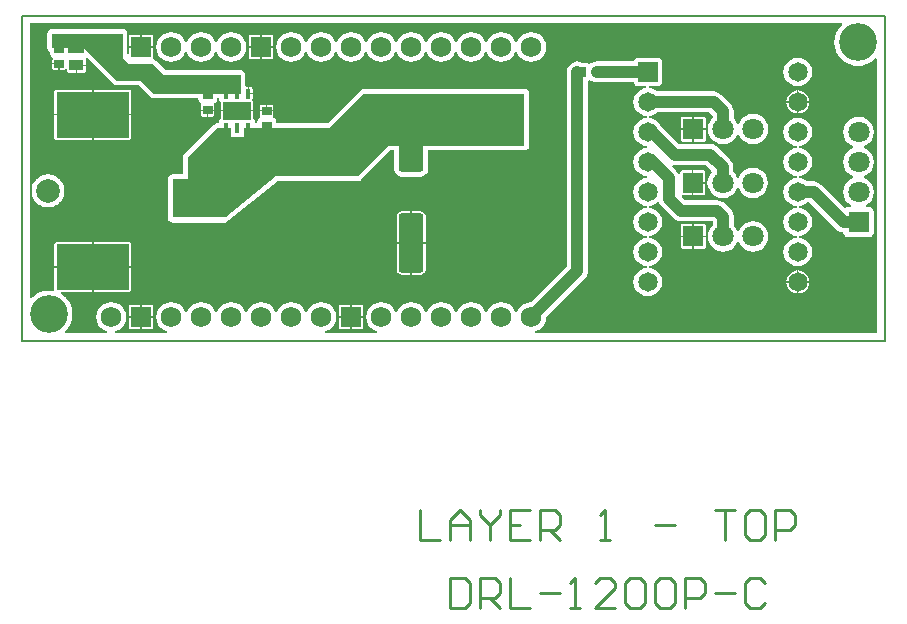
<source format=gtl>
G04 Layer_Physical_Order=1*
G04 Layer_Color=255*
%FSLAX24Y24*%
%MOIN*%
G70*
G01*
G75*
%ADD10R,0.0512X0.0374*%
%ADD11R,0.0520X0.0386*%
%ADD12R,0.0319X0.0280*%
G04:AMPARAMS|DCode=13|XSize=33.9mil|YSize=15.7mil|CornerRadius=2mil|HoleSize=0mil|Usage=FLASHONLY|Rotation=270.000|XOffset=0mil|YOffset=0mil|HoleType=Round|Shape=RoundedRectangle|*
%AMROUNDEDRECTD13*
21,1,0.0339,0.0118,0,0,270.0*
21,1,0.0299,0.0157,0,0,270.0*
1,1,0.0039,-0.0059,-0.0150*
1,1,0.0039,-0.0059,0.0150*
1,1,0.0039,0.0059,0.0150*
1,1,0.0039,0.0059,-0.0150*
%
%ADD13ROUNDEDRECTD13*%
%ADD14R,0.0933X0.0642*%
G04:AMPARAMS|DCode=15|XSize=199.2mil|YSize=83.1mil|CornerRadius=10.4mil|HoleSize=0mil|Usage=FLASHONLY|Rotation=270.000|XOffset=0mil|YOffset=0mil|HoleType=Round|Shape=RoundedRectangle|*
%AMROUNDEDRECTD15*
21,1,0.1992,0.0623,0,0,270.0*
21,1,0.1784,0.0831,0,0,270.0*
1,1,0.0208,-0.0312,-0.0892*
1,1,0.0208,-0.0312,0.0892*
1,1,0.0208,0.0312,0.0892*
1,1,0.0208,0.0312,-0.0892*
%
%ADD15ROUNDEDRECTD15*%
%ADD16R,0.2441X0.1535*%
%ADD17R,0.1732X0.1299*%
%ADD18R,0.0280X0.0319*%
%ADD19C,0.0394*%
%ADD20C,0.0100*%
%ADD21C,0.0050*%
%ADD22C,0.0787*%
%ADD23C,0.0650*%
%ADD24R,0.0650X0.0650*%
%ADD25C,0.0709*%
%ADD26R,0.0709X0.0709*%
%ADD27C,0.0690*%
%ADD28R,0.0690X0.0690*%
%ADD29R,0.0709X0.0709*%
%ADD30C,0.1260*%
%ADD31C,0.0500*%
G36*
X37332Y20525D02*
X37310Y20507D01*
X37300Y20495D01*
X37289Y20486D01*
X37210Y20390D01*
X37203Y20376D01*
X37203Y20376D01*
X37193Y20365D01*
X37135Y20255D01*
X37130Y20241D01*
X37123Y20228D01*
X37087Y20109D01*
X37086Y20094D01*
X37081Y20079D01*
X37069Y19956D01*
X37071Y19941D01*
X37069Y19926D01*
X37081Y19802D01*
X37086Y19788D01*
X37087Y19773D01*
X37123Y19654D01*
X37130Y19641D01*
X37135Y19627D01*
X37193Y19517D01*
X37203Y19506D01*
X37203Y19506D01*
X37210Y19492D01*
X37289Y19396D01*
X37300Y19387D01*
X37310Y19375D01*
X37406Y19296D01*
X37419Y19289D01*
X37419Y19289D01*
X37431Y19280D01*
X37540Y19221D01*
X37554Y19217D01*
X37568Y19210D01*
X37686Y19174D01*
X37701Y19172D01*
X37716Y19168D01*
X37839Y19156D01*
X37847Y19157D01*
X37854Y19155D01*
X37862Y19157D01*
X37869Y19156D01*
X37993Y19168D01*
X38007Y19172D01*
X38022Y19174D01*
X38141Y19210D01*
X38154Y19217D01*
X38169Y19221D01*
X38278Y19280D01*
X38290Y19289D01*
X38290Y19289D01*
X38303Y19296D01*
X38399Y19375D01*
X38408Y19387D01*
X38420Y19396D01*
X38438Y19418D01*
X38485Y19402D01*
Y10255D01*
X27091D01*
X27088Y10305D01*
X27090Y10305D01*
X27210Y10355D01*
X27314Y10434D01*
X27393Y10538D01*
X27443Y10658D01*
X27460Y10787D01*
X27459Y10791D01*
X28751Y12083D01*
X28807Y12156D01*
X28842Y12240D01*
X28854Y12331D01*
Y18664D01*
X28892Y18689D01*
X28904D01*
X28953Y18656D01*
X28988Y18649D01*
X29061Y18619D01*
X29152Y18607D01*
X30374D01*
X30380Y18573D01*
X30414Y18524D01*
X30463Y18491D01*
X30522Y18479D01*
X30793D01*
X30796Y18429D01*
X30723Y18419D01*
X30607Y18371D01*
X30508Y18295D01*
X30432Y18196D01*
X30384Y18081D01*
X30368Y17957D01*
X30384Y17833D01*
X30432Y17717D01*
X30508Y17618D01*
X30607Y17542D01*
X30723Y17494D01*
X30815Y17482D01*
Y17431D01*
X30723Y17419D01*
X30607Y17371D01*
X30508Y17295D01*
X30432Y17196D01*
X30384Y17081D01*
X30368Y16957D01*
X30384Y16833D01*
X30432Y16717D01*
X30508Y16618D01*
X30607Y16542D01*
X30723Y16494D01*
X30815Y16482D01*
Y16431D01*
X30723Y16419D01*
X30607Y16371D01*
X30508Y16295D01*
X30432Y16196D01*
X30384Y16081D01*
X30368Y15957D01*
X30384Y15833D01*
X30432Y15717D01*
X30508Y15618D01*
X30607Y15542D01*
X30723Y15494D01*
X30815Y15482D01*
Y15431D01*
X30723Y15419D01*
X30607Y15371D01*
X30508Y15295D01*
X30432Y15196D01*
X30384Y15081D01*
X30368Y14957D01*
X30384Y14833D01*
X30432Y14717D01*
X30508Y14618D01*
X30607Y14542D01*
X30723Y14494D01*
X30815Y14482D01*
Y14431D01*
X30723Y14419D01*
X30607Y14371D01*
X30508Y14295D01*
X30432Y14196D01*
X30384Y14081D01*
X30368Y13957D01*
X30384Y13833D01*
X30432Y13717D01*
X30508Y13618D01*
X30607Y13542D01*
X30723Y13494D01*
X30815Y13482D01*
Y13431D01*
X30723Y13419D01*
X30607Y13371D01*
X30508Y13295D01*
X30432Y13196D01*
X30384Y13081D01*
X30368Y12957D01*
X30384Y12833D01*
X30432Y12717D01*
X30508Y12618D01*
X30607Y12542D01*
X30723Y12494D01*
X30815Y12482D01*
Y12431D01*
X30723Y12419D01*
X30607Y12371D01*
X30508Y12295D01*
X30432Y12196D01*
X30384Y12081D01*
X30368Y11957D01*
X30384Y11833D01*
X30432Y11717D01*
X30508Y11618D01*
X30607Y11542D01*
X30723Y11494D01*
X30846Y11478D01*
X30970Y11494D01*
X31086Y11542D01*
X31185Y11618D01*
X31261Y11717D01*
X31309Y11833D01*
X31325Y11957D01*
X31309Y12081D01*
X31261Y12196D01*
X31185Y12295D01*
X31086Y12371D01*
X30970Y12419D01*
X30878Y12431D01*
Y12482D01*
X30970Y12494D01*
X31086Y12542D01*
X31185Y12618D01*
X31261Y12717D01*
X31309Y12833D01*
X31325Y12957D01*
X31309Y13081D01*
X31261Y13196D01*
X31185Y13295D01*
X31086Y13371D01*
X30970Y13419D01*
X30878Y13431D01*
Y13482D01*
X30970Y13494D01*
X31086Y13542D01*
X31185Y13618D01*
X31261Y13717D01*
X31309Y13833D01*
X31325Y13957D01*
X31309Y14081D01*
X31261Y14196D01*
X31185Y14295D01*
X31086Y14371D01*
X30970Y14419D01*
X30878Y14431D01*
Y14482D01*
X30970Y14494D01*
X31086Y14542D01*
X31173Y14609D01*
X31216Y14605D01*
X31232Y14597D01*
X31252Y14549D01*
X31308Y14477D01*
X31701Y14083D01*
X31774Y14028D01*
X31858Y13993D01*
X31949Y13981D01*
X33012D01*
Y13840D01*
X33003Y13832D01*
X32922Y13727D01*
X32871Y13604D01*
X32854Y13472D01*
X32871Y13341D01*
X32922Y13218D01*
X33003Y13113D01*
X33108Y13032D01*
X33231Y12981D01*
X33362Y12964D01*
X33494Y12981D01*
X33617Y13032D01*
X33722Y13113D01*
X33803Y13218D01*
X33835Y13296D01*
X33889D01*
X33922Y13218D01*
X34003Y13113D01*
X34108Y13032D01*
X34231Y12981D01*
X34362Y12964D01*
X34494Y12981D01*
X34617Y13032D01*
X34722Y13113D01*
X34803Y13218D01*
X34854Y13341D01*
X34871Y13472D01*
X34854Y13604D01*
X34803Y13727D01*
X34722Y13832D01*
X34617Y13913D01*
X34494Y13964D01*
X34362Y13981D01*
X34231Y13964D01*
X34108Y13913D01*
X34003Y13832D01*
X33922Y13727D01*
X33889Y13649D01*
X33835D01*
X33803Y13727D01*
X33722Y13832D01*
X33712Y13840D01*
Y14134D01*
X33706Y14179D01*
X33700Y14224D01*
X33686Y14259D01*
X33665Y14309D01*
X33610Y14381D01*
X33413Y14578D01*
X33340Y14634D01*
X33256Y14669D01*
X33165Y14681D01*
X32094D01*
X31980Y14794D01*
X31983Y14804D01*
X32004Y14841D01*
X32321D01*
Y15260D01*
Y15679D01*
X31992D01*
X31946Y15660D01*
X31927Y15614D01*
Y15552D01*
X31877Y15542D01*
X31858Y15588D01*
X31802Y15661D01*
X31647Y15817D01*
X31651Y15831D01*
X31673Y15861D01*
X31752Y15851D01*
X32788D01*
X32971Y15668D01*
X32987Y15620D01*
X32906Y15514D01*
X32855Y15391D01*
X32838Y15260D01*
X32855Y15128D01*
X32906Y15006D01*
X32987Y14900D01*
X33092Y14819D01*
X33215Y14769D01*
X33346Y14751D01*
X33478Y14769D01*
X33601Y14819D01*
X33706Y14900D01*
X33787Y15006D01*
X33819Y15084D01*
X33874D01*
X33906Y15006D01*
X33987Y14900D01*
X34092Y14819D01*
X34215Y14769D01*
X34346Y14751D01*
X34478Y14769D01*
X34601Y14819D01*
X34706Y14900D01*
X34787Y15006D01*
X34838Y15128D01*
X34855Y15260D01*
X34838Y15391D01*
X34787Y15514D01*
X34706Y15620D01*
X34601Y15700D01*
X34478Y15751D01*
X34346Y15769D01*
X34215Y15751D01*
X34092Y15700D01*
X33987Y15620D01*
X33906Y15514D01*
X33874Y15436D01*
X33819D01*
X33787Y15514D01*
X33706Y15620D01*
X33696Y15627D01*
Y15787D01*
X33684Y15878D01*
X33649Y15962D01*
X33594Y16035D01*
X33180Y16448D01*
X33108Y16504D01*
X33024Y16539D01*
X32933Y16551D01*
X31897D01*
X31268Y17179D01*
X31261Y17196D01*
X31185Y17295D01*
X31086Y17371D01*
X30970Y17419D01*
X30878Y17431D01*
Y17482D01*
X30970Y17494D01*
X31086Y17542D01*
X31170Y17607D01*
X32902D01*
X33012Y17497D01*
Y17414D01*
X33003Y17407D01*
X32922Y17302D01*
X32871Y17179D01*
X32854Y17047D01*
X32871Y16916D01*
X32922Y16793D01*
X33003Y16688D01*
X33108Y16607D01*
X33231Y16556D01*
X33362Y16539D01*
X33494Y16556D01*
X33617Y16607D01*
X33722Y16688D01*
X33803Y16793D01*
X33835Y16871D01*
X33889D01*
X33922Y16793D01*
X34003Y16688D01*
X34108Y16607D01*
X34231Y16556D01*
X34362Y16539D01*
X34494Y16556D01*
X34617Y16607D01*
X34722Y16688D01*
X34803Y16793D01*
X34854Y16916D01*
X34871Y17047D01*
X34854Y17179D01*
X34803Y17302D01*
X34722Y17407D01*
X34617Y17488D01*
X34494Y17539D01*
X34362Y17556D01*
X34231Y17539D01*
X34108Y17488D01*
X34003Y17407D01*
X33922Y17302D01*
X33889Y17223D01*
X33835D01*
X33803Y17302D01*
X33722Y17407D01*
X33712Y17414D01*
Y17642D01*
X33700Y17732D01*
X33665Y17817D01*
X33610Y17889D01*
X33295Y18204D01*
X33222Y18260D01*
X33138Y18295D01*
X33047Y18307D01*
X31170D01*
X31086Y18371D01*
X30970Y18419D01*
X30897Y18429D01*
X30900Y18479D01*
X31171D01*
X31230Y18491D01*
X31279Y18524D01*
X31313Y18573D01*
X31324Y18632D01*
Y19282D01*
X31313Y19340D01*
X31279Y19390D01*
X31230Y19423D01*
X31171Y19434D01*
X30522D01*
X30463Y19423D01*
X30414Y19390D01*
X30380Y19340D01*
X30374Y19307D01*
X29152D01*
X29061Y19295D01*
X28988Y19264D01*
X28953Y19257D01*
X28904Y19224D01*
X28892D01*
X28842Y19257D01*
X28783Y19269D01*
X28656D01*
X28594Y19295D01*
X28504Y19307D01*
X28413Y19295D01*
X28329Y19260D01*
X28257Y19204D01*
X28201Y19132D01*
X28166Y19047D01*
X28154Y18957D01*
Y12476D01*
X26965Y11286D01*
X26961Y11287D01*
X26831Y11270D01*
X26711Y11220D01*
X26608Y11140D01*
X26528Y11037D01*
X26488Y10939D01*
X26434D01*
X26393Y11037D01*
X26314Y11140D01*
X26210Y11220D01*
X26090Y11270D01*
X25961Y11287D01*
X25831Y11270D01*
X25711Y11220D01*
X25608Y11140D01*
X25528Y11037D01*
X25488Y10939D01*
X25434D01*
X25393Y11037D01*
X25314Y11140D01*
X25210Y11220D01*
X25090Y11270D01*
X24961Y11287D01*
X24831Y11270D01*
X24711Y11220D01*
X24608Y11140D01*
X24528Y11037D01*
X24488Y10939D01*
X24434D01*
X24393Y11037D01*
X24314Y11140D01*
X24210Y11220D01*
X24090Y11270D01*
X23961Y11287D01*
X23831Y11270D01*
X23711Y11220D01*
X23608Y11140D01*
X23528Y11037D01*
X23488Y10939D01*
X23434D01*
X23393Y11037D01*
X23314Y11140D01*
X23210Y11220D01*
X23090Y11270D01*
X22961Y11287D01*
X22831Y11270D01*
X22711Y11220D01*
X22608Y11140D01*
X22528Y11037D01*
X22488Y10939D01*
X22434D01*
X22393Y11037D01*
X22314Y11140D01*
X22210Y11220D01*
X22090Y11270D01*
X21961Y11287D01*
X21831Y11270D01*
X21711Y11220D01*
X21608Y11140D01*
X21528Y11037D01*
X21478Y10917D01*
X21461Y10787D01*
X21478Y10658D01*
X21528Y10538D01*
X21608Y10434D01*
X21711Y10355D01*
X21831Y10305D01*
X21833Y10305D01*
X21830Y10255D01*
X20091D01*
X20088Y10305D01*
X20090Y10305D01*
X20210Y10355D01*
X20314Y10434D01*
X20393Y10538D01*
X20443Y10658D01*
X20460Y10787D01*
X20443Y10917D01*
X20393Y11037D01*
X20314Y11140D01*
X20210Y11220D01*
X20090Y11270D01*
X19961Y11287D01*
X19831Y11270D01*
X19711Y11220D01*
X19608Y11140D01*
X19528Y11037D01*
X19488Y10939D01*
X19434D01*
X19393Y11037D01*
X19314Y11140D01*
X19210Y11220D01*
X19090Y11270D01*
X18961Y11287D01*
X18831Y11270D01*
X18711Y11220D01*
X18608Y11140D01*
X18528Y11037D01*
X18488Y10939D01*
X18434D01*
X18393Y11037D01*
X18314Y11140D01*
X18210Y11220D01*
X18090Y11270D01*
X17961Y11287D01*
X17831Y11270D01*
X17711Y11220D01*
X17608Y11140D01*
X17528Y11037D01*
X17488Y10939D01*
X17434D01*
X17393Y11037D01*
X17314Y11140D01*
X17210Y11220D01*
X17090Y11270D01*
X16961Y11287D01*
X16831Y11270D01*
X16711Y11220D01*
X16608Y11140D01*
X16528Y11037D01*
X16488Y10939D01*
X16434D01*
X16393Y11037D01*
X16314Y11140D01*
X16210Y11220D01*
X16090Y11270D01*
X15961Y11287D01*
X15831Y11270D01*
X15711Y11220D01*
X15608Y11140D01*
X15528Y11037D01*
X15488Y10939D01*
X15434D01*
X15393Y11037D01*
X15314Y11140D01*
X15210Y11220D01*
X15090Y11270D01*
X14961Y11287D01*
X14831Y11270D01*
X14711Y11220D01*
X14608Y11140D01*
X14528Y11037D01*
X14478Y10917D01*
X14461Y10787D01*
X14478Y10658D01*
X14528Y10538D01*
X14608Y10434D01*
X14711Y10355D01*
X14831Y10305D01*
X14833Y10305D01*
X14830Y10255D01*
X13091D01*
X13088Y10305D01*
X13090Y10305D01*
X13210Y10355D01*
X13314Y10434D01*
X13393Y10538D01*
X13443Y10658D01*
X13460Y10787D01*
X13443Y10917D01*
X13393Y11037D01*
X13314Y11140D01*
X13210Y11220D01*
X13090Y11270D01*
X12961Y11287D01*
X12831Y11270D01*
X12711Y11220D01*
X12608Y11140D01*
X12528Y11037D01*
X12478Y10917D01*
X12461Y10787D01*
X12478Y10658D01*
X12528Y10538D01*
X12608Y10434D01*
X12711Y10355D01*
X12831Y10305D01*
X12833Y10305D01*
X12830Y10255D01*
X11425D01*
X11408Y10302D01*
X11430Y10320D01*
X11440Y10332D01*
X11452Y10341D01*
X11530Y10437D01*
X11537Y10450D01*
X11537Y10450D01*
X11547Y10462D01*
X11605Y10572D01*
X11610Y10586D01*
X11617Y10599D01*
X11653Y10718D01*
X11654Y10733D01*
X11659Y10747D01*
X11671Y10871D01*
X11670Y10886D01*
X11671Y10901D01*
X11659Y11024D01*
X11654Y11039D01*
X11653Y11054D01*
X11617Y11172D01*
X11610Y11186D01*
X11605Y11200D01*
X11547Y11310D01*
X11537Y11321D01*
X11537Y11321D01*
X11530Y11335D01*
X11452Y11430D01*
X11440Y11440D01*
X11430Y11452D01*
X11335Y11530D01*
X11321Y11537D01*
X11321Y11537D01*
X11310Y11547D01*
X11259Y11574D01*
X11272Y11624D01*
X12325D01*
Y12432D01*
X11065D01*
Y11701D01*
X11065Y11699D01*
X11056Y11684D01*
X11047Y11675D01*
X11024Y11659D01*
X10901Y11671D01*
X10893Y11670D01*
X10886Y11672D01*
X10878Y11670D01*
X10871Y11671D01*
X10747Y11659D01*
X10733Y11654D01*
X10718Y11653D01*
X10599Y11617D01*
X10586Y11610D01*
X10572Y11605D01*
X10462Y11547D01*
X10450Y11537D01*
X10450Y11537D01*
X10437Y11530D01*
X10341Y11452D01*
X10332Y11440D01*
X10320Y11430D01*
X10302Y11408D01*
X10255Y11425D01*
Y20572D01*
X37315D01*
X37332Y20525D01*
D02*
G37*
%LPC*%
G36*
X22936Y14313D02*
X22649D01*
X22585Y14300D01*
X22531Y14264D01*
X22495Y14210D01*
X22482Y14146D01*
Y13279D01*
X22936D01*
Y14313D01*
D02*
G37*
G36*
X32337Y13892D02*
X32008D01*
X31962Y13873D01*
X31943Y13827D01*
Y13497D01*
X32337D01*
Y13892D01*
D02*
G37*
G36*
X23272Y14313D02*
X22986D01*
Y13279D01*
X23439D01*
Y14146D01*
X23426Y14210D01*
X23390Y14264D01*
X23336Y14300D01*
X23272Y14313D01*
D02*
G37*
G36*
X32781Y13447D02*
X32387D01*
Y13053D01*
X32717D01*
X32762Y13072D01*
X32781Y13118D01*
Y13447D01*
D02*
G37*
G36*
X12325Y13289D02*
X11130D01*
X11084Y13270D01*
X11065Y13224D01*
Y12482D01*
X12325D01*
Y13289D01*
D02*
G37*
G36*
X13571D02*
X12375D01*
Y12482D01*
X13636D01*
Y13224D01*
X13617Y13270D01*
X13571Y13289D01*
D02*
G37*
G36*
X32337Y13447D02*
X31943D01*
Y13118D01*
X31962Y13072D01*
X32008Y13053D01*
X32337D01*
Y13447D01*
D02*
G37*
G36*
X10854Y15546D02*
X10844Y15544D01*
X10834Y15545D01*
X10732Y15531D01*
X10717Y15526D01*
X10712Y15526D01*
X10708Y15524D01*
X10693Y15521D01*
X10597Y15481D01*
X10585Y15473D01*
X10580Y15471D01*
X10576Y15468D01*
X10563Y15461D01*
X10480Y15398D01*
X10470Y15387D01*
X10467Y15384D01*
X10464Y15380D01*
X10452Y15370D01*
X10389Y15288D01*
X10382Y15274D01*
X10379Y15270D01*
X10378Y15266D01*
X10369Y15253D01*
X10329Y15157D01*
X10327Y15143D01*
X10325Y15138D01*
X10324Y15133D01*
X10319Y15119D01*
X10306Y15016D01*
X10307Y15001D01*
X10306Y14996D01*
X10307Y14991D01*
X10306Y14976D01*
X10319Y14873D01*
X10324Y14859D01*
X10325Y14854D01*
X10327Y14850D01*
X10329Y14835D01*
X10369Y14739D01*
X10378Y14726D01*
X10379Y14722D01*
X10382Y14718D01*
X10389Y14704D01*
X10452Y14622D01*
X10464Y14612D01*
X10467Y14608D01*
X10470Y14605D01*
X10480Y14594D01*
X10563Y14531D01*
X10576Y14524D01*
X10580Y14521D01*
X10585Y14519D01*
X10597Y14511D01*
X10693Y14471D01*
X10708Y14468D01*
X10712Y14466D01*
X10717Y14466D01*
X10732Y14461D01*
X10834Y14447D01*
X10844Y14448D01*
X10854Y14446D01*
X10864Y14448D01*
X10874Y14447D01*
X10977Y14461D01*
X10991Y14466D01*
X10996Y14466D01*
X11001Y14468D01*
X11016Y14471D01*
X11111Y14511D01*
X11124Y14519D01*
X11129Y14521D01*
X11132Y14524D01*
X11146Y14531D01*
X11228Y14594D01*
X11238Y14605D01*
X11242Y14608D01*
X11245Y14612D01*
X11256Y14622D01*
X11320Y14704D01*
X11326Y14718D01*
X11329Y14722D01*
X11331Y14726D01*
X11340Y14739D01*
X11379Y14835D01*
X11382Y14850D01*
X11384Y14854D01*
X11385Y14859D01*
X11390Y14873D01*
X11403Y14976D01*
X11402Y14991D01*
X11403Y14996D01*
X11402Y15001D01*
X11403Y15016D01*
X11390Y15119D01*
X11385Y15133D01*
X11384Y15138D01*
X11382Y15143D01*
X11379Y15157D01*
X11340Y15253D01*
X11331Y15266D01*
X11329Y15270D01*
X11326Y15274D01*
X11320Y15288D01*
X11256Y15370D01*
X11245Y15380D01*
X11242Y15384D01*
X11238Y15387D01*
X11228Y15398D01*
X11146Y15461D01*
X11132Y15468D01*
X11129Y15471D01*
X11124Y15473D01*
X11111Y15481D01*
X11016Y15521D01*
X11001Y15524D01*
X10996Y15526D01*
X10991Y15526D01*
X10977Y15531D01*
X10874Y15545D01*
X10864Y15544D01*
X10854Y15546D01*
D02*
G37*
G36*
X32337Y17022D02*
X31943D01*
Y16693D01*
X31962Y16647D01*
X32008Y16628D01*
X32337D01*
Y17022D01*
D02*
G37*
G36*
X32781D02*
X32387D01*
Y16628D01*
X32717D01*
X32762Y16647D01*
X32781Y16693D01*
Y17022D01*
D02*
G37*
G36*
X32701Y15679D02*
X32371D01*
Y15285D01*
X32766D01*
Y15614D01*
X32747Y15660D01*
X32701Y15679D01*
D02*
G37*
G36*
X32717Y13892D02*
X32387D01*
Y13497D01*
X32781D01*
Y13827D01*
X32762Y13873D01*
X32717Y13892D01*
D02*
G37*
G36*
X37874Y17465D02*
X37742Y17448D01*
X37620Y17397D01*
X37514Y17316D01*
X37433Y17211D01*
X37383Y17088D01*
X37365Y16957D01*
X37383Y16825D01*
X37433Y16702D01*
X37514Y16597D01*
X37620Y16516D01*
X37698Y16484D01*
Y16430D01*
X37620Y16397D01*
X37514Y16316D01*
X37433Y16211D01*
X37383Y16088D01*
X37365Y15957D01*
X37383Y15825D01*
X37433Y15702D01*
X37514Y15597D01*
X37620Y15516D01*
X37698Y15484D01*
Y15430D01*
X37620Y15397D01*
X37514Y15316D01*
X37433Y15211D01*
X37383Y15088D01*
X37365Y14957D01*
X37383Y14825D01*
X37433Y14702D01*
X37514Y14597D01*
X37620Y14516D01*
X37625Y14514D01*
X37615Y14464D01*
X37520D01*
X37461Y14452D01*
X37412Y14419D01*
X37410Y14419D01*
X36625Y15204D01*
X36553Y15260D01*
X36469Y15295D01*
X36378Y15307D01*
X36170D01*
X36086Y15371D01*
X35970Y15419D01*
X35878Y15431D01*
Y15482D01*
X35970Y15494D01*
X36086Y15542D01*
X36185Y15618D01*
X36261Y15717D01*
X36309Y15833D01*
X36325Y15957D01*
X36309Y16081D01*
X36261Y16196D01*
X36185Y16295D01*
X36086Y16371D01*
X35970Y16419D01*
X35878Y16431D01*
Y16482D01*
X35970Y16494D01*
X36086Y16542D01*
X36185Y16618D01*
X36261Y16717D01*
X36309Y16833D01*
X36325Y16957D01*
X36309Y17081D01*
X36261Y17196D01*
X36185Y17295D01*
X36086Y17371D01*
X35970Y17419D01*
X35846Y17436D01*
X35723Y17419D01*
X35607Y17371D01*
X35508Y17295D01*
X35432Y17196D01*
X35384Y17081D01*
X35368Y16957D01*
X35384Y16833D01*
X35432Y16717D01*
X35508Y16618D01*
X35607Y16542D01*
X35723Y16494D01*
X35815Y16482D01*
Y16431D01*
X35723Y16419D01*
X35607Y16371D01*
X35508Y16295D01*
X35432Y16196D01*
X35384Y16081D01*
X35368Y15957D01*
X35384Y15833D01*
X35432Y15717D01*
X35508Y15618D01*
X35607Y15542D01*
X35723Y15494D01*
X35815Y15482D01*
Y15431D01*
X35723Y15419D01*
X35607Y15371D01*
X35508Y15295D01*
X35432Y15196D01*
X35384Y15081D01*
X35368Y14957D01*
X35384Y14833D01*
X35432Y14717D01*
X35508Y14618D01*
X35607Y14542D01*
X35723Y14494D01*
X35815Y14482D01*
Y14431D01*
X35723Y14419D01*
X35607Y14371D01*
X35508Y14295D01*
X35432Y14196D01*
X35384Y14081D01*
X35368Y13957D01*
X35384Y13833D01*
X35432Y13717D01*
X35508Y13618D01*
X35607Y13542D01*
X35723Y13494D01*
X35815Y13482D01*
Y13431D01*
X35723Y13419D01*
X35607Y13371D01*
X35508Y13295D01*
X35432Y13196D01*
X35384Y13081D01*
X35368Y12957D01*
X35384Y12833D01*
X35432Y12717D01*
X35508Y12618D01*
X35607Y12542D01*
X35723Y12494D01*
X35846Y12478D01*
X35970Y12494D01*
X36086Y12542D01*
X36185Y12618D01*
X36261Y12717D01*
X36309Y12833D01*
X36325Y12957D01*
X36309Y13081D01*
X36261Y13196D01*
X36185Y13295D01*
X36086Y13371D01*
X35970Y13419D01*
X35878Y13431D01*
Y13482D01*
X35970Y13494D01*
X36086Y13542D01*
X36185Y13618D01*
X36261Y13717D01*
X36309Y13833D01*
X36325Y13957D01*
X36309Y14081D01*
X36261Y14196D01*
X36185Y14295D01*
X36086Y14371D01*
X35970Y14419D01*
X35878Y14431D01*
Y14482D01*
X35970Y14494D01*
X36086Y14542D01*
X36170Y14607D01*
X36233D01*
X37131Y13709D01*
X37203Y13654D01*
X37287Y13619D01*
X37367Y13608D01*
Y13602D01*
X37378Y13544D01*
X37412Y13494D01*
X37461Y13461D01*
X37520Y13449D01*
X38228D01*
X38287Y13461D01*
X38336Y13494D01*
X38370Y13544D01*
X38381Y13602D01*
Y14311D01*
X38370Y14370D01*
X38336Y14419D01*
X38287Y14452D01*
X38228Y14464D01*
X38133D01*
X38123Y14514D01*
X38128Y14516D01*
X38234Y14597D01*
X38315Y14702D01*
X38365Y14825D01*
X38383Y14957D01*
X38365Y15088D01*
X38315Y15211D01*
X38234Y15316D01*
X38128Y15397D01*
X38050Y15430D01*
Y15484D01*
X38128Y15516D01*
X38234Y15597D01*
X38315Y15702D01*
X38365Y15825D01*
X38383Y15957D01*
X38365Y16088D01*
X38315Y16211D01*
X38234Y16316D01*
X38128Y16397D01*
X38050Y16430D01*
Y16484D01*
X38128Y16516D01*
X38234Y16597D01*
X38315Y16702D01*
X38365Y16825D01*
X38383Y16957D01*
X38365Y17088D01*
X38315Y17211D01*
X38234Y17316D01*
X38128Y17397D01*
X38006Y17448D01*
X37874Y17465D01*
D02*
G37*
G36*
X32766Y15235D02*
X32371D01*
Y14841D01*
X32701D01*
X32747Y14860D01*
X32766Y14906D01*
Y15235D01*
D02*
G37*
G36*
X13936Y11197D02*
X13616D01*
X13570Y11178D01*
X13551Y11132D01*
Y10812D01*
X13936D01*
Y11197D01*
D02*
G37*
G36*
X20936D02*
X20616D01*
X20570Y11178D01*
X20551Y11132D01*
Y10812D01*
X20936D01*
Y11197D01*
D02*
G37*
G36*
X14306D02*
X13986D01*
Y10812D01*
X14371D01*
Y11132D01*
X14352Y11178D01*
X14306Y11197D01*
D02*
G37*
G36*
X21371Y10762D02*
X20986D01*
Y10377D01*
X21306D01*
X21352Y10396D01*
X21371Y10442D01*
Y10762D01*
D02*
G37*
G36*
X13936D02*
X13551D01*
Y10442D01*
X13570Y10396D01*
X13616Y10377D01*
X13936D01*
Y10762D01*
D02*
G37*
G36*
X14371D02*
X13986D01*
Y10377D01*
X14306D01*
X14352Y10396D01*
X14371Y10442D01*
Y10762D01*
D02*
G37*
G36*
X20936D02*
X20551D01*
Y10442D01*
X20570Y10396D01*
X20616Y10377D01*
X20936D01*
Y10762D01*
D02*
G37*
G36*
X21306Y11197D02*
X20986D01*
Y10812D01*
X21371D01*
Y11132D01*
X21352Y11178D01*
X21306Y11197D01*
D02*
G37*
G36*
X35871Y12342D02*
Y11982D01*
X36231D01*
X36221Y12057D01*
X36183Y12151D01*
X36121Y12231D01*
X36041Y12293D01*
X35947Y12332D01*
X35871Y12342D01*
D02*
G37*
G36*
X22936Y13229D02*
X22482D01*
Y12362D01*
X22495Y12298D01*
X22531Y12244D01*
X22585Y12207D01*
X22649Y12195D01*
X22936D01*
Y13229D01*
D02*
G37*
G36*
X23439D02*
X22986D01*
Y12195D01*
X23272D01*
X23336Y12207D01*
X23390Y12244D01*
X23426Y12298D01*
X23439Y12362D01*
Y13229D01*
D02*
G37*
G36*
X35821Y12342D02*
X35746Y12332D01*
X35652Y12293D01*
X35572Y12231D01*
X35510Y12151D01*
X35472Y12057D01*
X35462Y11982D01*
X35821D01*
Y12342D01*
D02*
G37*
G36*
Y11932D02*
X35462D01*
X35472Y11856D01*
X35510Y11763D01*
X35572Y11682D01*
X35652Y11621D01*
X35746Y11582D01*
X35821Y11572D01*
Y11932D01*
D02*
G37*
G36*
X36231D02*
X35871D01*
Y11572D01*
X35947Y11582D01*
X36041Y11621D01*
X36121Y11682D01*
X36183Y11763D01*
X36221Y11856D01*
X36231Y11932D01*
D02*
G37*
G36*
X13636Y12432D02*
X12375D01*
Y11624D01*
X13571D01*
X13617Y11643D01*
X13636Y11689D01*
Y12432D01*
D02*
G37*
G36*
X12122Y19152D02*
X11826D01*
Y18925D01*
X12057D01*
X12103Y18944D01*
X12122Y18990D01*
Y19152D01*
D02*
G37*
G36*
X11195Y19205D02*
X10995D01*
Y19090D01*
X11014Y19044D01*
X11060Y19025D01*
X11195D01*
Y19205D01*
D02*
G37*
G36*
X17936Y19762D02*
X17551D01*
Y19442D01*
X17570Y19396D01*
X17616Y19377D01*
X17936D01*
Y19762D01*
D02*
G37*
G36*
X35846Y19436D02*
X35723Y19419D01*
X35607Y19371D01*
X35508Y19295D01*
X35432Y19196D01*
X35384Y19081D01*
X35368Y18957D01*
X35384Y18833D01*
X35432Y18717D01*
X35508Y18618D01*
X35607Y18542D01*
X35723Y18494D01*
X35846Y18478D01*
X35970Y18494D01*
X36086Y18542D01*
X36185Y18618D01*
X36261Y18717D01*
X36309Y18833D01*
X36325Y18957D01*
X36309Y19081D01*
X36261Y19196D01*
X36185Y19295D01*
X36086Y19371D01*
X35970Y19419D01*
X35846Y19436D01*
D02*
G37*
G36*
X35821Y18342D02*
X35746Y18332D01*
X35652Y18293D01*
X35572Y18231D01*
X35510Y18151D01*
X35472Y18057D01*
X35462Y17982D01*
X35821D01*
Y18342D01*
D02*
G37*
G36*
X35871D02*
Y17982D01*
X36231D01*
X36221Y18057D01*
X36183Y18151D01*
X36121Y18231D01*
X36041Y18293D01*
X35947Y18332D01*
X35871Y18342D01*
D02*
G37*
G36*
X17591Y18465D02*
X17557D01*
Y18259D01*
X17672D01*
Y18384D01*
X17666Y18415D01*
X17648Y18441D01*
X17622Y18459D01*
X17591Y18465D01*
D02*
G37*
G36*
X18306Y20197D02*
X17986D01*
Y19812D01*
X18371D01*
Y20132D01*
X18352Y20178D01*
X18306Y20197D01*
D02*
G37*
G36*
X16961Y20287D02*
X16831Y20270D01*
X16711Y20220D01*
X16608Y20140D01*
X16528Y20037D01*
X16488Y19939D01*
X16434D01*
X16393Y20037D01*
X16314Y20140D01*
X16210Y20220D01*
X16090Y20270D01*
X15961Y20287D01*
X15831Y20270D01*
X15711Y20220D01*
X15608Y20140D01*
X15528Y20037D01*
X15488Y19939D01*
X15434D01*
X15393Y20037D01*
X15314Y20140D01*
X15210Y20220D01*
X15090Y20270D01*
X14961Y20287D01*
X14831Y20270D01*
X14711Y20220D01*
X14608Y20140D01*
X14528Y20037D01*
X14478Y19917D01*
X14461Y19787D01*
X14478Y19658D01*
X14528Y19538D01*
X14608Y19434D01*
X14711Y19355D01*
X14831Y19305D01*
X14961Y19288D01*
X15090Y19305D01*
X15210Y19355D01*
X15314Y19434D01*
X15393Y19538D01*
X15434Y19636D01*
X15488D01*
X15528Y19538D01*
X15608Y19434D01*
X15711Y19355D01*
X15831Y19305D01*
X15961Y19288D01*
X16090Y19305D01*
X16210Y19355D01*
X16314Y19434D01*
X16393Y19538D01*
X16434Y19636D01*
X16488D01*
X16528Y19538D01*
X16608Y19434D01*
X16711Y19355D01*
X16831Y19305D01*
X16961Y19288D01*
X17090Y19305D01*
X17210Y19355D01*
X17314Y19434D01*
X17393Y19538D01*
X17443Y19658D01*
X17460Y19787D01*
X17443Y19917D01*
X17393Y20037D01*
X17314Y20140D01*
X17210Y20220D01*
X17090Y20270D01*
X16961Y20287D01*
D02*
G37*
G36*
X26961D02*
X26831Y20270D01*
X26711Y20220D01*
X26608Y20140D01*
X26528Y20037D01*
X26488Y19939D01*
X26434D01*
X26393Y20037D01*
X26314Y20140D01*
X26210Y20220D01*
X26090Y20270D01*
X25961Y20287D01*
X25831Y20270D01*
X25711Y20220D01*
X25608Y20140D01*
X25528Y20037D01*
X25488Y19939D01*
X25434D01*
X25393Y20037D01*
X25314Y20140D01*
X25210Y20220D01*
X25090Y20270D01*
X24961Y20287D01*
X24831Y20270D01*
X24711Y20220D01*
X24608Y20140D01*
X24528Y20037D01*
X24488Y19939D01*
X24434D01*
X24393Y20037D01*
X24314Y20140D01*
X24210Y20220D01*
X24090Y20270D01*
X23961Y20287D01*
X23831Y20270D01*
X23711Y20220D01*
X23608Y20140D01*
X23528Y20037D01*
X23488Y19939D01*
X23434D01*
X23393Y20037D01*
X23314Y20140D01*
X23210Y20220D01*
X23090Y20270D01*
X22961Y20287D01*
X22831Y20270D01*
X22711Y20220D01*
X22608Y20140D01*
X22528Y20037D01*
X22488Y19939D01*
X22434D01*
X22393Y20037D01*
X22314Y20140D01*
X22210Y20220D01*
X22090Y20270D01*
X21961Y20287D01*
X21831Y20270D01*
X21711Y20220D01*
X21608Y20140D01*
X21528Y20037D01*
X21488Y19939D01*
X21434D01*
X21393Y20037D01*
X21314Y20140D01*
X21210Y20220D01*
X21090Y20270D01*
X20961Y20287D01*
X20831Y20270D01*
X20711Y20220D01*
X20608Y20140D01*
X20528Y20037D01*
X20488Y19939D01*
X20434D01*
X20393Y20037D01*
X20314Y20140D01*
X20210Y20220D01*
X20090Y20270D01*
X19961Y20287D01*
X19831Y20270D01*
X19711Y20220D01*
X19608Y20140D01*
X19528Y20037D01*
X19488Y19939D01*
X19434D01*
X19393Y20037D01*
X19314Y20140D01*
X19210Y20220D01*
X19090Y20270D01*
X18961Y20287D01*
X18831Y20270D01*
X18711Y20220D01*
X18608Y20140D01*
X18528Y20037D01*
X18478Y19917D01*
X18461Y19787D01*
X18478Y19658D01*
X18528Y19538D01*
X18608Y19434D01*
X18711Y19355D01*
X18831Y19305D01*
X18961Y19288D01*
X19090Y19305D01*
X19210Y19355D01*
X19314Y19434D01*
X19393Y19538D01*
X19434Y19636D01*
X19488D01*
X19528Y19538D01*
X19608Y19434D01*
X19711Y19355D01*
X19831Y19305D01*
X19961Y19288D01*
X20090Y19305D01*
X20210Y19355D01*
X20314Y19434D01*
X20393Y19538D01*
X20434Y19636D01*
X20488D01*
X20528Y19538D01*
X20608Y19434D01*
X20711Y19355D01*
X20831Y19305D01*
X20961Y19288D01*
X21090Y19305D01*
X21210Y19355D01*
X21314Y19434D01*
X21393Y19538D01*
X21434Y19636D01*
X21488D01*
X21528Y19538D01*
X21608Y19434D01*
X21711Y19355D01*
X21831Y19305D01*
X21961Y19288D01*
X22090Y19305D01*
X22210Y19355D01*
X22314Y19434D01*
X22393Y19538D01*
X22434Y19636D01*
X22488D01*
X22528Y19538D01*
X22608Y19434D01*
X22711Y19355D01*
X22831Y19305D01*
X22961Y19288D01*
X23090Y19305D01*
X23210Y19355D01*
X23314Y19434D01*
X23393Y19538D01*
X23434Y19636D01*
X23488D01*
X23528Y19538D01*
X23608Y19434D01*
X23711Y19355D01*
X23831Y19305D01*
X23961Y19288D01*
X24090Y19305D01*
X24210Y19355D01*
X24314Y19434D01*
X24393Y19538D01*
X24434Y19636D01*
X24488D01*
X24528Y19538D01*
X24608Y19434D01*
X24711Y19355D01*
X24831Y19305D01*
X24961Y19288D01*
X25090Y19305D01*
X25210Y19355D01*
X25314Y19434D01*
X25393Y19538D01*
X25434Y19636D01*
X25488D01*
X25528Y19538D01*
X25608Y19434D01*
X25711Y19355D01*
X25831Y19305D01*
X25961Y19288D01*
X26090Y19305D01*
X26210Y19355D01*
X26314Y19434D01*
X26393Y19538D01*
X26434Y19636D01*
X26488D01*
X26528Y19538D01*
X26608Y19434D01*
X26711Y19355D01*
X26831Y19305D01*
X26961Y19288D01*
X27090Y19305D01*
X27210Y19355D01*
X27314Y19434D01*
X27393Y19538D01*
X27443Y19658D01*
X27460Y19787D01*
X27443Y19917D01*
X27393Y20037D01*
X27314Y20140D01*
X27210Y20220D01*
X27090Y20270D01*
X26961Y20287D01*
D02*
G37*
G36*
X14306Y20197D02*
X13986D01*
Y19812D01*
X14371D01*
Y20132D01*
X14352Y20178D01*
X14306Y20197D01*
D02*
G37*
G36*
X18371Y19762D02*
X17986D01*
Y19377D01*
X18306D01*
X18352Y19396D01*
X18371Y19442D01*
Y19762D01*
D02*
G37*
G36*
X13936Y20197D02*
X13616D01*
X13570Y20178D01*
X13551Y20132D01*
Y19812D01*
X13936D01*
Y20197D01*
D02*
G37*
G36*
X17936D02*
X17616D01*
X17570Y20178D01*
X17551Y20132D01*
Y19812D01*
X17936D01*
Y20197D01*
D02*
G37*
G36*
X13346Y20389D02*
X10984D01*
X10926Y20378D01*
X10876Y20344D01*
X10843Y20295D01*
X10831Y20236D01*
Y19744D01*
X10843Y19686D01*
X10876Y19636D01*
X10907Y19615D01*
Y19598D01*
X10919Y19540D01*
X10952Y19490D01*
X10995Y19461D01*
X11004Y19439D01*
X11010Y19404D01*
X10995Y19370D01*
Y19255D01*
X11220D01*
Y19230D01*
X11245D01*
Y19025D01*
X11379D01*
X11425Y19044D01*
X11430Y19057D01*
X11480Y19047D01*
Y18990D01*
X11499Y18944D01*
X11545Y18925D01*
X11776D01*
Y19177D01*
X11801D01*
Y19202D01*
X12122D01*
Y19364D01*
X12106Y19403D01*
X12108Y19416D01*
X12145Y19432D01*
X12164Y19431D01*
X13041Y18553D01*
X13091Y18520D01*
X13150Y18508D01*
X13897D01*
X14280Y18126D01*
X14329Y18093D01*
X14388Y18081D01*
X15861D01*
Y18041D01*
X15872Y17983D01*
X15906Y17933D01*
X15948Y17905D01*
X15958Y17882D01*
X15963Y17847D01*
X15949Y17813D01*
Y17698D01*
X16173D01*
X16398D01*
Y17813D01*
X16383Y17847D01*
X16389Y17882D01*
X16398Y17905D01*
X16441Y17933D01*
X16474Y17983D01*
X16486Y18041D01*
Y18081D01*
X16552D01*
X16565Y18018D01*
X16602Y17962D01*
X16626Y17946D01*
Y17694D01*
X17157D01*
X17689D01*
Y17990D01*
X17670Y18036D01*
X17665Y18053D01*
X17666Y18054D01*
X17672Y18085D01*
Y18209D01*
X17531D01*
Y18234D01*
X17507D01*
Y18465D01*
X17486D01*
X17455Y18486D01*
X17436Y18509D01*
X17436Y18858D01*
X17425Y18917D01*
X17392Y18966D01*
X17342Y19000D01*
X17283Y19011D01*
X14788D01*
X14461Y19338D01*
X14411Y19371D01*
X14395Y19374D01*
X14366Y19431D01*
X14371Y19442D01*
Y19762D01*
X13961D01*
X13551D01*
Y19568D01*
X13501Y19542D01*
X13499Y19542D01*
Y20236D01*
X13488Y20295D01*
X13455Y20344D01*
X13405Y20378D01*
X13346Y20389D01*
D02*
G37*
G36*
X26732Y18387D02*
X21384D01*
X21325Y18376D01*
X21276Y18342D01*
X20173Y17240D01*
X18454D01*
Y17297D01*
X18442Y17356D01*
X18409Y17405D01*
X18367Y17434D01*
X18357Y17456D01*
X18352Y17491D01*
X18366Y17526D01*
Y17640D01*
X17917D01*
Y17526D01*
X17932Y17491D01*
X17926Y17456D01*
X17917Y17434D01*
X17874Y17405D01*
X17841Y17356D01*
X17829Y17297D01*
Y17240D01*
X17764D01*
Y17254D01*
X17750Y17320D01*
X17713Y17376D01*
X17689Y17392D01*
Y17644D01*
X17157D01*
X16626D01*
Y17392D01*
X16602Y17376D01*
X16565Y17320D01*
X16551Y17254D01*
Y17240D01*
X16496D01*
X16438Y17228D01*
X16388Y17195D01*
X15404Y16211D01*
X15371Y16161D01*
X15359Y16102D01*
X15359Y15543D01*
X15008D01*
X14949Y15531D01*
X14900Y15498D01*
X14867Y15448D01*
X14855Y15390D01*
Y14091D01*
X14867Y14032D01*
X14900Y13982D01*
X14949Y13949D01*
X15008Y13938D01*
X16740D01*
X16799Y13949D01*
X16848Y13982D01*
X16865Y14007D01*
X16879Y14014D01*
X18518Y15319D01*
X21181D01*
X21240Y15331D01*
X21289Y15364D01*
X22268Y16343D01*
X22390D01*
Y15728D01*
X22410Y15629D01*
X22466Y15545D01*
X22550Y15489D01*
X22649Y15469D01*
X23272D01*
X23371Y15489D01*
X23455Y15545D01*
X23511Y15629D01*
X23531Y15728D01*
Y16343D01*
X26732Y16343D01*
X26791Y16355D01*
X26840Y16388D01*
X26874Y16438D01*
X26885Y16496D01*
Y18234D01*
X26874Y18293D01*
X26840Y18342D01*
X26791Y18376D01*
X26732Y18387D01*
D02*
G37*
G36*
X16148Y17648D02*
X15949D01*
Y17533D01*
X15968Y17488D01*
X16014Y17469D01*
X16148D01*
Y17648D01*
D02*
G37*
G36*
X16398D02*
X16198D01*
Y17469D01*
X16333D01*
X16379Y17488D01*
X16398Y17533D01*
Y17648D01*
D02*
G37*
G36*
X32717Y17467D02*
X32387D01*
Y17072D01*
X32781D01*
Y17402D01*
X32762Y17448D01*
X32717Y17467D01*
D02*
G37*
G36*
X12325Y17510D02*
X11065D01*
Y16768D01*
X11084Y16722D01*
X11130Y16703D01*
X12325D01*
Y17510D01*
D02*
G37*
G36*
X13636D02*
X12375D01*
Y16703D01*
X13571D01*
X13617Y16722D01*
X13636Y16768D01*
Y17510D01*
D02*
G37*
G36*
X32337Y17467D02*
X32008D01*
X31962Y17448D01*
X31943Y17402D01*
Y17072D01*
X32337D01*
Y17467D01*
D02*
G37*
G36*
X36231Y17932D02*
X35871D01*
Y17572D01*
X35947Y17582D01*
X36041Y17621D01*
X36121Y17682D01*
X36183Y17763D01*
X36221Y17856D01*
X36231Y17932D01*
D02*
G37*
G36*
X18117Y17870D02*
X17982D01*
X17936Y17851D01*
X17917Y17805D01*
Y17690D01*
X18117D01*
Y17870D01*
D02*
G37*
G36*
X18301D02*
X18167D01*
Y17690D01*
X18366D01*
Y17805D01*
X18347Y17851D01*
X18301Y17870D01*
D02*
G37*
G36*
X13571Y18368D02*
X12375D01*
Y17560D01*
X13636D01*
Y18303D01*
X13617Y18349D01*
X13571Y18368D01*
D02*
G37*
G36*
X12325D02*
X11130D01*
X11084Y18349D01*
X11065Y18303D01*
Y17560D01*
X12325D01*
Y18368D01*
D02*
G37*
G36*
X35821Y17932D02*
X35462D01*
X35472Y17856D01*
X35510Y17763D01*
X35572Y17682D01*
X35652Y17621D01*
X35746Y17582D01*
X35821Y17572D01*
Y17932D01*
D02*
G37*
%LPD*%
G36*
X13346Y19427D02*
X13543Y19230D01*
X14353D01*
X14724Y18858D01*
X17283D01*
X17283Y18234D01*
X14388D01*
X13961Y18661D01*
X13150D01*
X12067Y19744D01*
X10984D01*
Y20236D01*
X13346D01*
Y19427D01*
D02*
G37*
G36*
X26732Y16496D02*
X22205Y16496D01*
X21181Y15472D01*
X18465D01*
X16783Y14134D01*
X15512D01*
X15512Y15472D01*
X15512Y16102D01*
X16496Y17087D01*
X16961D01*
Y16791D01*
X17382D01*
Y17087D01*
X20236D01*
X21384Y18234D01*
X26732D01*
Y16496D01*
D02*
G37*
D10*
X11801Y19177D02*
D03*
D11*
Y19791D02*
D03*
D12*
X11220Y19230D02*
D03*
Y19738D02*
D03*
X16173Y17673D02*
D03*
Y18181D02*
D03*
X18142Y17665D02*
D03*
Y17157D02*
D03*
D13*
X17531Y18234D02*
D03*
X17157D02*
D03*
X16783D02*
D03*
Y17104D02*
D03*
X17157D02*
D03*
X17531D02*
D03*
D14*
X17157Y17669D02*
D03*
D15*
X22961Y16620D02*
D03*
Y13254D02*
D03*
D16*
X12350Y17535D02*
D03*
Y12457D02*
D03*
D17*
X15874Y14740D02*
D03*
D18*
X29152Y18957D02*
D03*
X28644D02*
D03*
D19*
X26961Y10787D02*
X28504Y12331D01*
X29152Y18957D02*
X30846D01*
X35846Y14957D02*
X36378D01*
X37378Y13957D01*
X37874D01*
X28504Y12331D02*
Y18957D01*
X30846Y15957D02*
X30898Y15906D01*
X30846Y15957D02*
X31012D01*
X33165Y14331D02*
X33362Y14134D01*
Y13472D02*
Y14134D01*
X31012Y15957D02*
X31555Y15413D01*
Y14724D02*
Y15413D01*
Y14724D02*
X31949Y14331D01*
X33165D01*
X33346Y15260D02*
Y15787D01*
X32933Y16201D02*
X33346Y15787D01*
X30846Y16957D02*
X30996D01*
X31752Y16201D01*
X32933D01*
X33362Y17047D02*
Y17642D01*
X33047Y17957D02*
X33362Y17642D01*
X30846Y17957D02*
X33047D01*
D20*
X24252Y2100D02*
Y1100D01*
X24752D01*
X24918Y1267D01*
Y1933D01*
X24752Y2100D01*
X24252D01*
X25251Y1100D02*
Y2100D01*
X25751D01*
X25918Y1933D01*
Y1600D01*
X25751Y1433D01*
X25251D01*
X25585D02*
X25918Y1100D01*
X26251Y2100D02*
Y1100D01*
X26918D01*
X27251Y1600D02*
X27917D01*
X28250Y1100D02*
X28584D01*
X28417D01*
Y2100D01*
X28250Y1933D01*
X29750Y1100D02*
X29083D01*
X29750Y1766D01*
Y1933D01*
X29583Y2100D01*
X29250D01*
X29083Y1933D01*
X30083D02*
X30250Y2100D01*
X30583D01*
X30750Y1933D01*
Y1267D01*
X30583Y1100D01*
X30250D01*
X30083Y1267D01*
Y1933D01*
X31083D02*
X31249Y2100D01*
X31583D01*
X31749Y1933D01*
Y1267D01*
X31583Y1100D01*
X31249D01*
X31083Y1267D01*
Y1933D01*
X32083Y1100D02*
Y2100D01*
X32582D01*
X32749Y1933D01*
Y1600D01*
X32582Y1433D01*
X32083D01*
X33082Y1600D02*
X33749D01*
X34748Y1933D02*
X34582Y2100D01*
X34248D01*
X34082Y1933D01*
Y1267D01*
X34248Y1100D01*
X34582D01*
X34748Y1267D01*
X23252Y4350D02*
Y3350D01*
X23918D01*
X24252D02*
Y4016D01*
X24585Y4350D01*
X24918Y4016D01*
Y3350D01*
Y3850D01*
X24252D01*
X25251Y4350D02*
Y4183D01*
X25585Y3850D01*
X25918Y4183D01*
Y4350D01*
X25585Y3850D02*
Y3350D01*
X26918Y4350D02*
X26251D01*
Y3350D01*
X26918D01*
X26251Y3850D02*
X26584D01*
X27251Y3350D02*
Y4350D01*
X27751D01*
X27917Y4183D01*
Y3850D01*
X27751Y3683D01*
X27251D01*
X27584D02*
X27917Y3350D01*
X29250D02*
X29583D01*
X29417D01*
Y4350D01*
X29250Y4183D01*
X31083Y3850D02*
X31749D01*
X33082Y4350D02*
X33749D01*
X33415D01*
Y3350D01*
X34582Y4350D02*
X34248D01*
X34082Y4183D01*
Y3517D01*
X34248Y3350D01*
X34582D01*
X34748Y3517D01*
Y4183D01*
X34582Y4350D01*
X35082Y3350D02*
Y4350D01*
X35581D01*
X35748Y4183D01*
Y3850D01*
X35581Y3683D01*
X35082D01*
D21*
X10000Y20827D02*
X38740D01*
Y10000D02*
Y20827D01*
X10000Y10000D02*
Y20827D01*
Y10000D02*
X38740D01*
D22*
X10854Y14996D02*
D03*
D23*
X30846Y15957D02*
D03*
X35846D02*
D03*
X30846Y14957D02*
D03*
Y13957D02*
D03*
Y12957D02*
D03*
Y11957D02*
D03*
Y16957D02*
D03*
Y17957D02*
D03*
X35846Y16957D02*
D03*
Y17957D02*
D03*
Y18957D02*
D03*
Y14957D02*
D03*
Y13957D02*
D03*
Y12957D02*
D03*
Y11957D02*
D03*
D24*
X30846Y18957D02*
D03*
D25*
X37874Y16957D02*
D03*
Y14957D02*
D03*
Y15957D02*
D03*
X34362Y13472D02*
D03*
X33362D02*
D03*
X34346Y15260D02*
D03*
X33346D02*
D03*
X34362Y17047D02*
D03*
X33362D02*
D03*
D26*
X37874Y13957D02*
D03*
D27*
X12961Y10787D02*
D03*
X14961D02*
D03*
X15961D02*
D03*
X16961D02*
D03*
X17961D02*
D03*
X18961D02*
D03*
X19961D02*
D03*
X21961D02*
D03*
X22961D02*
D03*
X23961D02*
D03*
X24961D02*
D03*
X25961D02*
D03*
X26961D02*
D03*
X12961Y19787D02*
D03*
X14961D02*
D03*
X15961D02*
D03*
X16961D02*
D03*
X18961D02*
D03*
X19961D02*
D03*
X20961D02*
D03*
X21961D02*
D03*
X22961D02*
D03*
X23961D02*
D03*
X24961D02*
D03*
X25961D02*
D03*
X26961D02*
D03*
D28*
X13961Y10787D02*
D03*
X20961D02*
D03*
X13961Y19787D02*
D03*
X17961D02*
D03*
D29*
X32362Y13472D02*
D03*
X32346Y15260D02*
D03*
X32362Y17047D02*
D03*
D30*
X10886Y10886D02*
D03*
X37854Y19941D02*
D03*
D31*
X37920Y18169D02*
D03*
X36870Y17957D02*
D03*
X28012Y20236D02*
D03*
X29882Y13051D02*
D03*
X32362Y10689D02*
D03*
X28110Y10787D02*
D03*
X29980Y17874D02*
D03*
X29193Y15709D02*
D03*
X25748Y17382D02*
D03*
X26240Y17874D02*
D03*
X25256D02*
D03*
X26240Y16890D02*
D03*
X25256D02*
D03*
X11045Y13781D02*
D03*
X11670Y15031D02*
D03*
X11045Y16281D02*
D03*
Y18781D02*
D03*
X12295Y11281D02*
D03*
Y13781D02*
D03*
X12920Y15031D02*
D03*
X12295Y16281D02*
D03*
Y18781D02*
D03*
X14170Y12531D02*
D03*
X13545Y13781D02*
D03*
X14170Y15031D02*
D03*
X13545Y16281D02*
D03*
X14170Y17531D02*
D03*
X15420Y12531D02*
D03*
X14795Y16281D02*
D03*
X15420Y17531D02*
D03*
X16670Y12531D02*
D03*
X17920D02*
D03*
X17295Y13781D02*
D03*
X19170Y12531D02*
D03*
X18545Y13781D02*
D03*
X19170Y15031D02*
D03*
Y17531D02*
D03*
X18545Y18781D02*
D03*
X20420Y12531D02*
D03*
X19795Y13781D02*
D03*
X20420Y15031D02*
D03*
X19795Y18781D02*
D03*
X21670Y12531D02*
D03*
X21045Y13781D02*
D03*
X21670Y15031D02*
D03*
X21045Y18781D02*
D03*
X22295D02*
D03*
X24170Y12531D02*
D03*
X24795Y18781D02*
D03*
X26045D02*
D03*
X29170Y17531D02*
D03*
X29795Y16281D02*
D03*
X32920Y12531D02*
D03*
X32295Y18781D02*
D03*
X33545Y11281D02*
D03*
X34170Y12531D02*
D03*
X33545Y18781D02*
D03*
X34795Y11281D02*
D03*
X36045D02*
D03*
X36670Y12531D02*
D03*
X37295Y11281D02*
D03*
X37920Y12531D02*
D03*
X37295Y18781D02*
D03*
M02*

</source>
